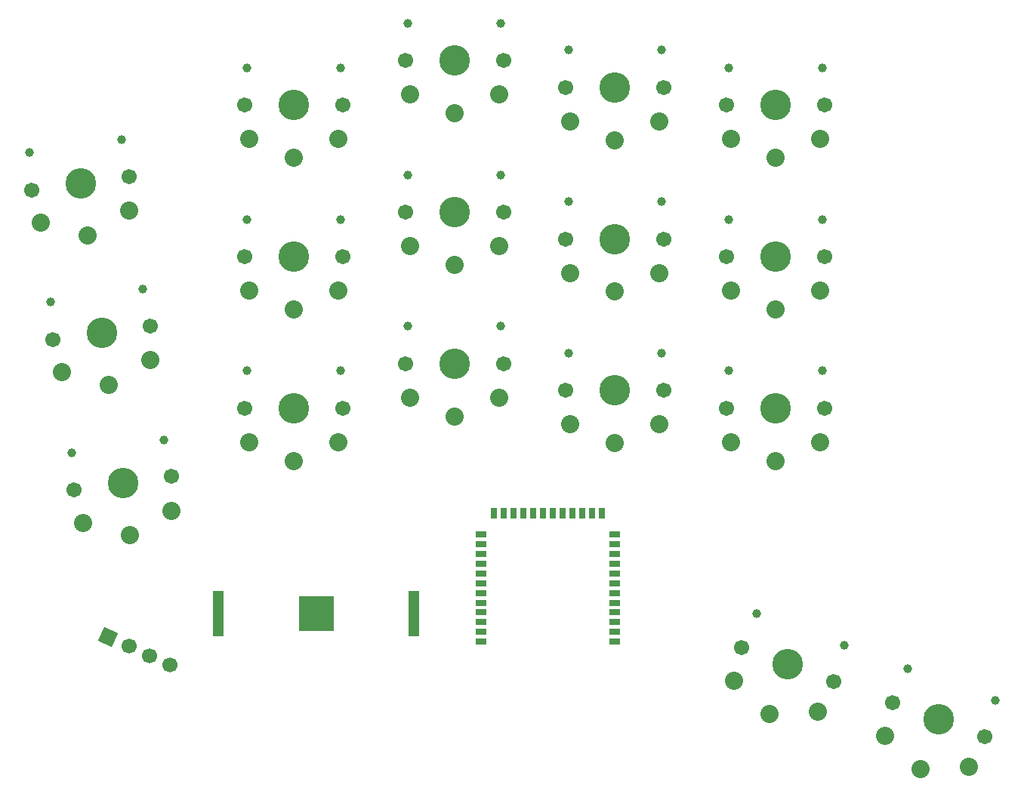
<source format=gbr>
%TF.GenerationSoftware,KiCad,Pcbnew,(6.0.4-0)*%
%TF.CreationDate,2022-05-01T22:17:05+02:00*%
%TF.ProjectId,kicad,6b696361-642e-46b6-9963-61645f706362,v 0.1*%
%TF.SameCoordinates,Original*%
%TF.FileFunction,Soldermask,Top*%
%TF.FilePolarity,Negative*%
%FSLAX46Y46*%
G04 Gerber Fmt 4.6, Leading zero omitted, Abs format (unit mm)*
G04 Created by KiCad (PCBNEW (6.0.4-0)) date 2022-05-01 22:17:05*
%MOMM*%
%LPD*%
G01*
G04 APERTURE LIST*
G04 Aperture macros list*
%AMHorizOval*
0 Thick line with rounded ends*
0 $1 width*
0 $2 $3 position (X,Y) of the first rounded end (center of the circle)*
0 $4 $5 position (X,Y) of the second rounded end (center of the circle)*
0 Add line between two ends*
20,1,$1,$2,$3,$4,$5,0*
0 Add two circle primitives to create the rounded ends*
1,1,$1,$2,$3*
1,1,$1,$4,$5*%
%AMRotRect*
0 Rectangle, with rotation*
0 The origin of the aperture is its center*
0 $1 length*
0 $2 width*
0 $3 Rotation angle, in degrees counterclockwise*
0 Add horizontal line*
21,1,$1,$2,0,0,$3*%
G04 Aperture macros list end*
%ADD10R,1.198880X0.698500*%
%ADD11R,0.698500X1.198880*%
%ADD12C,0.990600*%
%ADD13C,1.701800*%
%ADD14C,3.429000*%
%ADD15C,2.032000*%
%ADD16R,1.270000X5.080000*%
%ADD17R,3.960000X3.960000*%
%ADD18RotRect,1.700000X1.700000X246.000000*%
%ADD19HorizOval,1.700000X0.000000X0.000000X0.000000X0.000000X0*%
G04 APERTURE END LIST*
D10*
%TO.C,YJT1*%
X157480000Y-124698740D03*
X157480000Y-123598920D03*
X157480000Y-122499100D03*
X157480000Y-121399280D03*
X157480000Y-120299460D03*
X157480000Y-119199640D03*
X157480000Y-118099820D03*
X157480000Y-117000000D03*
X157480000Y-115900180D03*
X157480000Y-114800360D03*
X157480000Y-113700540D03*
X157480000Y-112600720D03*
D11*
X156029660Y-110251220D03*
X154929840Y-110251220D03*
X153830020Y-110251220D03*
X152730200Y-110251220D03*
X151630380Y-110251220D03*
X150530560Y-110251220D03*
X149433280Y-110251220D03*
X148333460Y-110251220D03*
X147233640Y-110251220D03*
X146133820Y-110251220D03*
X145034000Y-110251220D03*
X143934180Y-110251220D03*
D10*
X142483840Y-112600720D03*
X142483840Y-113700540D03*
X142483840Y-114800360D03*
X142483840Y-115900180D03*
X142483840Y-117000000D03*
X142483840Y-118099820D03*
X142483840Y-119199640D03*
X142483840Y-120299460D03*
X142483840Y-121399280D03*
X142483840Y-122499100D03*
X142483840Y-123598920D03*
X142483840Y-124698740D03*
%TD*%
D12*
%TO.C,SW2*%
X94201825Y-86567358D03*
D13*
X94509077Y-90765452D03*
D14*
X99955551Y-90000000D03*
D13*
X105402025Y-89234548D03*
D12*
X104540223Y-85114391D03*
D15*
X100776672Y-95842582D03*
X95533068Y-94458884D03*
X105435749Y-93067153D03*
%TD*%
D13*
%TO.C,SW11*%
X151999999Y-79500000D03*
X162999999Y-79500000D03*
D12*
X162719999Y-75300000D03*
D14*
X157499999Y-79500000D03*
D12*
X152279999Y-75300000D03*
D15*
X157499999Y-85400000D03*
X162499999Y-83300000D03*
X152499999Y-83300000D03*
%TD*%
D16*
%TO.C,BT1*%
X134985000Y-121500000D03*
X113015000Y-121500000D03*
D17*
X124000000Y-121500000D03*
%TD*%
D12*
%TO.C,SW8*%
X144720001Y-72300000D03*
D13*
X134000001Y-76500000D03*
X145000001Y-76500000D03*
D12*
X134280001Y-72300000D03*
D14*
X139500001Y-76500000D03*
D15*
X139500001Y-82400000D03*
X134500001Y-80300000D03*
X144500001Y-80300000D03*
%TD*%
D12*
%TO.C,SW5*%
X116280000Y-77300000D03*
X126720000Y-77300000D03*
D13*
X127000000Y-81500000D03*
X116000000Y-81500000D03*
D14*
X121500000Y-81500000D03*
D15*
X121500000Y-87400000D03*
X126500000Y-85300000D03*
X116500000Y-85300000D03*
%TD*%
D12*
%TO.C,SW16*%
X170280000Y-94300000D03*
X180720000Y-94300000D03*
D14*
X175500000Y-98500000D03*
D13*
X170000000Y-98500000D03*
X181000000Y-98500000D03*
D15*
X175500000Y-104400000D03*
X170500000Y-102300000D03*
X180500000Y-102300000D03*
%TD*%
D12*
%TO.C,SW12*%
X162720000Y-92300000D03*
D13*
X163000000Y-96500000D03*
D12*
X152280000Y-92300000D03*
D13*
X152000000Y-96500000D03*
D14*
X157500000Y-96500000D03*
D15*
X157500000Y-102400000D03*
X152500000Y-100300000D03*
X162500000Y-100300000D03*
%TD*%
D12*
%TO.C,SW15*%
X180720000Y-77300001D03*
D13*
X181000000Y-81500001D03*
D14*
X175500000Y-81500001D03*
D13*
X170000000Y-81500001D03*
D12*
X170280000Y-77300001D03*
D15*
X175500000Y-87400001D03*
X170500000Y-85300001D03*
X180500000Y-85300001D03*
%TD*%
D12*
%TO.C,SW17*%
X200158063Y-131249380D03*
D13*
X198984692Y-135291855D03*
D12*
X190347672Y-127678690D03*
D14*
X193816383Y-133410744D03*
D13*
X188648074Y-131529633D03*
D15*
X191798464Y-138954930D03*
X187818243Y-135271475D03*
X197215170Y-138691677D03*
%TD*%
D13*
%TO.C,SW10*%
X152000001Y-62500000D03*
D12*
X162720001Y-58300000D03*
D14*
X157500001Y-62500000D03*
D13*
X163000001Y-62500000D03*
D12*
X152280001Y-58300000D03*
D15*
X157500001Y-68400000D03*
X162500001Y-66300000D03*
X152500001Y-66300000D03*
%TD*%
D13*
%TO.C,SW7*%
X134000000Y-59500000D03*
D14*
X139500000Y-59500000D03*
D12*
X144720000Y-55300000D03*
X134280000Y-55300000D03*
D13*
X145000000Y-59500000D03*
D15*
X139500000Y-65400000D03*
X144500000Y-63300000D03*
X134500000Y-63300000D03*
%TD*%
D12*
%TO.C,SW3*%
X106906166Y-102017760D03*
D13*
X96875020Y-107668821D03*
D12*
X96567768Y-103470727D03*
D14*
X102321494Y-106903369D03*
D13*
X107767968Y-106137917D03*
D15*
X103142615Y-112745951D03*
X107801692Y-109970522D03*
X97899011Y-111362253D03*
%TD*%
D14*
%TO.C,SW6*%
X121500001Y-98500001D03*
D13*
X127000001Y-98500001D03*
D12*
X126720001Y-94300001D03*
X116280001Y-94300001D03*
D13*
X116000001Y-98500001D03*
D15*
X121500001Y-104400001D03*
X126500001Y-102300001D03*
X116500001Y-102300001D03*
%TD*%
D12*
%TO.C,SW14*%
X170279999Y-60300000D03*
D13*
X169999999Y-64500000D03*
X180999999Y-64500000D03*
D12*
X180719999Y-60300000D03*
D14*
X175499999Y-64500000D03*
D15*
X175499999Y-70400000D03*
X170499999Y-68300000D03*
X180499999Y-68300000D03*
%TD*%
D12*
%TO.C,SW1*%
X91835882Y-69801612D03*
D14*
X97589608Y-73234254D03*
D13*
X103036082Y-72468802D03*
D12*
X102174280Y-68348645D03*
D13*
X92143134Y-73999706D03*
D15*
X98410729Y-79076836D03*
X103069806Y-76301407D03*
X93167125Y-77693138D03*
%TD*%
D13*
%TO.C,SW4*%
X127000000Y-64500001D03*
X116000000Y-64500001D03*
D14*
X121500000Y-64500001D03*
D12*
X116280000Y-60300001D03*
X126720000Y-60300001D03*
D15*
X121500000Y-70400001D03*
X126500000Y-68300001D03*
X116500000Y-68300001D03*
%TD*%
D12*
%TO.C,SW9*%
X144720000Y-89300000D03*
D14*
X139500000Y-93500000D03*
D12*
X134280000Y-89300000D03*
D13*
X145000000Y-93500000D03*
X134000000Y-93500000D03*
D15*
X139500000Y-99400000D03*
X144500000Y-97300000D03*
X134500000Y-97300000D03*
%TD*%
D12*
%TO.C,SW13*%
X173374486Y-121507863D03*
X183184877Y-125078553D03*
D13*
X182011506Y-129121028D03*
X171674888Y-125358806D03*
D14*
X176843197Y-127239917D03*
D15*
X174825278Y-132784103D03*
X180241984Y-132520850D03*
X170845057Y-129100648D03*
%TD*%
D18*
%TO.C,PROG1*%
X100679595Y-124166889D03*
D19*
X103000000Y-125200000D03*
X105320406Y-126233111D03*
X107640811Y-127266222D03*
%TD*%
M02*

</source>
